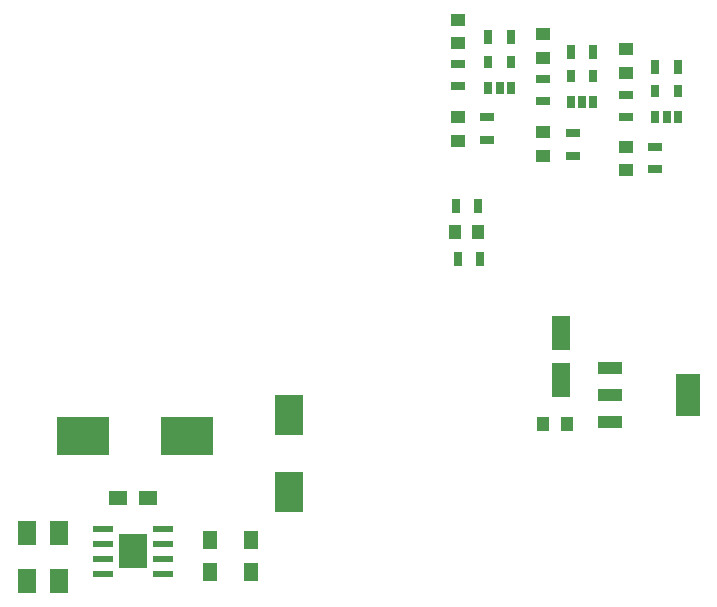
<source format=gbr>
%TF.GenerationSoftware,KiCad,Pcbnew,4.0.1-stable*%
%TF.CreationDate,2016-05-16T17:45:50+03:00*%
%TF.ProjectId,6xUSB_PowMet,36785553425F506F774D65742E6B6963,rev?*%
%TF.FileFunction,Paste,Bot*%
%FSLAX46Y46*%
G04 Gerber Fmt 4.6, Leading zero omitted, Abs format (unit mm)*
G04 Created by KiCad (PCBNEW 4.0.1-stable) date 16.05.2016 17:45:50*
%MOMM*%
G01*
G04 APERTURE LIST*
%ADD10C,0.100000*%
%ADD11R,0.650000X1.060000*%
%ADD12R,1.250000X1.000000*%
%ADD13R,1.000000X1.250000*%
%ADD14R,0.700000X1.300000*%
%ADD15R,1.300000X0.700000*%
%ADD16R,2.032000X3.657600*%
%ADD17R,2.032000X1.016000*%
%ADD18R,1.600000X2.000000*%
%ADD19R,1.500000X1.250000*%
%ADD20R,4.500880X3.299460*%
%ADD21R,4.498340X3.299460*%
%ADD22R,1.300000X1.500000*%
%ADD23R,1.778000X0.533400*%
%ADD24R,2.489200X2.997200*%
%ADD25R,2.400300X3.500120*%
%ADD26R,1.501140X2.999740*%
G04 APERTURE END LIST*
D10*
G36*
X118393000Y-109603000D02*
X118393000Y-110898400D01*
X116107000Y-110898400D01*
X116107000Y-109603000D01*
X118393000Y-109603000D01*
G37*
G36*
X118393000Y-111101600D02*
X118393000Y-112397000D01*
X116107000Y-112397000D01*
X116107000Y-111101600D01*
X118393000Y-111101600D01*
G37*
D11*
X163400000Y-74250000D03*
X162450000Y-74250000D03*
X161500000Y-74250000D03*
X161500000Y-72050000D03*
X163400000Y-72050000D03*
D12*
X152000000Y-75500000D03*
X152000000Y-77500000D03*
D13*
X152000000Y-100250000D03*
X154000000Y-100250000D03*
X144500000Y-84000000D03*
X146500000Y-84000000D03*
D12*
X152000000Y-67250000D03*
X152000000Y-69250000D03*
X159000000Y-76750000D03*
X159000000Y-78750000D03*
X144750000Y-74250000D03*
X144750000Y-76250000D03*
X159000000Y-68500000D03*
X159000000Y-70500000D03*
X144750000Y-66000000D03*
X144750000Y-68000000D03*
D14*
X144600000Y-81750000D03*
X146500000Y-81750000D03*
X144750000Y-86250000D03*
X146650000Y-86250000D03*
D15*
X154500000Y-75600000D03*
X154500000Y-77500000D03*
X152000000Y-71000000D03*
X152000000Y-72900000D03*
D14*
X156250000Y-68750000D03*
X154350000Y-68750000D03*
D15*
X161500000Y-76750000D03*
X161500000Y-78650000D03*
X147250000Y-74250000D03*
X147250000Y-76150000D03*
X159000000Y-72350000D03*
X159000000Y-74250000D03*
D14*
X163400000Y-70000000D03*
X161500000Y-70000000D03*
D15*
X144750000Y-69750000D03*
X144750000Y-71650000D03*
D14*
X149250000Y-67500000D03*
X147350000Y-67500000D03*
D16*
X164250000Y-97750000D03*
D17*
X157646000Y-97750000D03*
X157646000Y-95464000D03*
X157646000Y-100036000D03*
D11*
X156250000Y-73000000D03*
X155300000Y-73000000D03*
X154350000Y-73000000D03*
X154350000Y-70800000D03*
X156250000Y-70800000D03*
X149250000Y-71750000D03*
X148300000Y-71750000D03*
X147350000Y-71750000D03*
X147350000Y-69550000D03*
X149250000Y-69550000D03*
D18*
X108250000Y-109500000D03*
X108250000Y-113500000D03*
X111000000Y-109500000D03*
X111000000Y-113500000D03*
D19*
X116000000Y-106500000D03*
X118500000Y-106500000D03*
D20*
X113000000Y-101250000D03*
D21*
X121798560Y-101250000D03*
D22*
X127250000Y-112750000D03*
X127250000Y-110050000D03*
X123750000Y-110050000D03*
X123750000Y-112750000D03*
D23*
X119815400Y-109095000D03*
X119815400Y-110365000D03*
X119815400Y-111635000D03*
X119815400Y-112905000D03*
X114684600Y-112905000D03*
X114684600Y-111635000D03*
X114684600Y-110365000D03*
X114684600Y-109095000D03*
D24*
X117250000Y-111000000D03*
D25*
X130500000Y-99500000D03*
X130500000Y-106002400D03*
D26*
X153500000Y-92502040D03*
X153500000Y-96500000D03*
M02*

</source>
